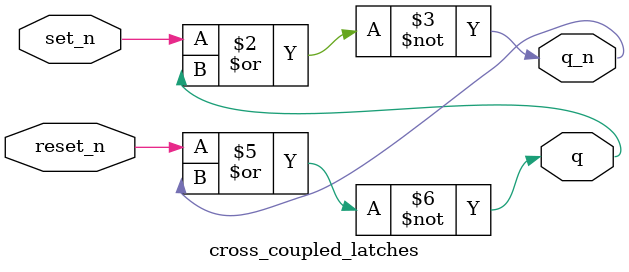
<source format=sv>
module cross_coupled_latches (
  input  logic set_n,    // Active-low set input
  input  logic reset_n,  // Active-low reset input
  output logic q,        // Latch output Q
  output logic q_n       // Latch output Q_bar (complement)
);

  // Cross-coupled NOR gates with propagation delays
  // These delays can cause race conditions and metastability
  
  always_comb begin
    // NOR gate 1: q_n = ~(set_n | q)
    #2 q_n = ~(set_n | q);
  end
  
  always_comb begin
    // NOR gate 2: q = ~(reset_n | q_n)  
    #2 q = ~(reset_n | q_n);
  end

  // Monitor for race conditions
  always @(set_n, reset_n) begin
    if (set_n == 0 && reset_n == 0) begin
      $display("WARNING: Race condition! Both SET and RESET active at time %0t", $time);
    end
  end

endmodule
</source>
